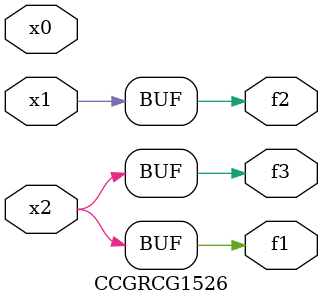
<source format=v>
module CCGRCG1526(
	input x0, x1, x2,
	output f1, f2, f3
);
	assign f1 = x2;
	assign f2 = x1;
	assign f3 = x2;
endmodule

</source>
